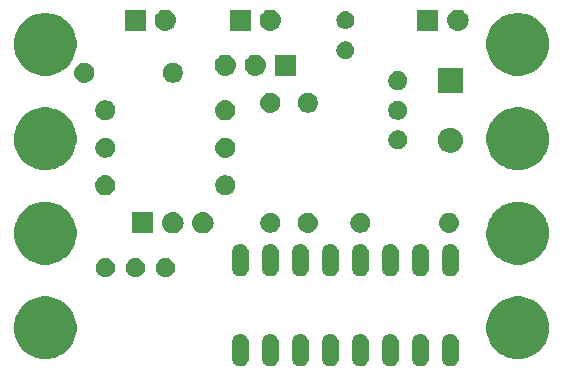
<source format=gbs>
G04 #@! TF.GenerationSoftware,KiCad,Pcbnew,(5.1.4)-1*
G04 #@! TF.CreationDate,2019-11-21T21:09:12-06:00*
G04 #@! TF.ProjectId,ElectromagnetLego,456c6563-7472-46f6-9d61-676e65744c65,rev?*
G04 #@! TF.SameCoordinates,Original*
G04 #@! TF.FileFunction,Soldermask,Bot*
G04 #@! TF.FilePolarity,Negative*
%FSLAX46Y46*%
G04 Gerber Fmt 4.6, Leading zero omitted, Abs format (unit mm)*
G04 Created by KiCad (PCBNEW (5.1.4)-1) date 2019-11-21 21:09:12*
%MOMM*%
%LPD*%
G04 APERTURE LIST*
%ADD10C,0.100000*%
G04 APERTURE END LIST*
D10*
G36*
X19189458Y-543493D02*
G01*
X19323557Y-584172D01*
X19447144Y-650231D01*
X19555469Y-739130D01*
X19644369Y-847455D01*
X19710428Y-971042D01*
X19751107Y-1105141D01*
X19761400Y-1209651D01*
X19761400Y-2600349D01*
X19751107Y-2704859D01*
X19710428Y-2838958D01*
X19644369Y-2962545D01*
X19555470Y-3070870D01*
X19447145Y-3159769D01*
X19323558Y-3225828D01*
X19189459Y-3266507D01*
X19050000Y-3280242D01*
X18910542Y-3266507D01*
X18776443Y-3225828D01*
X18652856Y-3159769D01*
X18544531Y-3070870D01*
X18455632Y-2962545D01*
X18389573Y-2838958D01*
X18348894Y-2704859D01*
X18338601Y-2600349D01*
X18338600Y-1209652D01*
X18348893Y-1105142D01*
X18389572Y-971043D01*
X18455631Y-847456D01*
X18544530Y-739131D01*
X18652855Y-650231D01*
X18776442Y-584172D01*
X18910541Y-543493D01*
X19050000Y-529758D01*
X19189458Y-543493D01*
X19189458Y-543493D01*
G37*
G36*
X16649458Y-543493D02*
G01*
X16783557Y-584172D01*
X16907144Y-650231D01*
X17015469Y-739130D01*
X17104369Y-847455D01*
X17170428Y-971042D01*
X17211107Y-1105141D01*
X17221400Y-1209651D01*
X17221400Y-2600349D01*
X17211107Y-2704859D01*
X17170428Y-2838958D01*
X17104369Y-2962545D01*
X17015470Y-3070870D01*
X16907145Y-3159769D01*
X16783558Y-3225828D01*
X16649459Y-3266507D01*
X16510000Y-3280242D01*
X16370542Y-3266507D01*
X16236443Y-3225828D01*
X16112856Y-3159769D01*
X16004531Y-3070870D01*
X15915632Y-2962545D01*
X15849573Y-2838958D01*
X15808894Y-2704859D01*
X15798601Y-2600349D01*
X15798600Y-1209652D01*
X15808893Y-1105142D01*
X15849572Y-971043D01*
X15915631Y-847456D01*
X16004530Y-739131D01*
X16112855Y-650231D01*
X16236442Y-584172D01*
X16370541Y-543493D01*
X16510000Y-529758D01*
X16649458Y-543493D01*
X16649458Y-543493D01*
G37*
G36*
X26809458Y-543493D02*
G01*
X26943557Y-584172D01*
X27067144Y-650231D01*
X27175469Y-739130D01*
X27264369Y-847455D01*
X27330428Y-971042D01*
X27371107Y-1105141D01*
X27381400Y-1209651D01*
X27381400Y-2600349D01*
X27371107Y-2704859D01*
X27330428Y-2838958D01*
X27264369Y-2962545D01*
X27175470Y-3070870D01*
X27067145Y-3159769D01*
X26943558Y-3225828D01*
X26809459Y-3266507D01*
X26670000Y-3280242D01*
X26530542Y-3266507D01*
X26396443Y-3225828D01*
X26272856Y-3159769D01*
X26164531Y-3070870D01*
X26075632Y-2962545D01*
X26009573Y-2838958D01*
X25968894Y-2704859D01*
X25958601Y-2600349D01*
X25958600Y-1209652D01*
X25968893Y-1105142D01*
X26009572Y-971043D01*
X26075631Y-847456D01*
X26164530Y-739131D01*
X26272855Y-650231D01*
X26396442Y-584172D01*
X26530541Y-543493D01*
X26670000Y-529758D01*
X26809458Y-543493D01*
X26809458Y-543493D01*
G37*
G36*
X29349458Y-543493D02*
G01*
X29483557Y-584172D01*
X29607144Y-650231D01*
X29715469Y-739130D01*
X29804369Y-847455D01*
X29870428Y-971042D01*
X29911107Y-1105141D01*
X29921400Y-1209651D01*
X29921400Y-2600349D01*
X29911107Y-2704859D01*
X29870428Y-2838958D01*
X29804369Y-2962545D01*
X29715470Y-3070870D01*
X29607145Y-3159769D01*
X29483558Y-3225828D01*
X29349459Y-3266507D01*
X29210000Y-3280242D01*
X29070542Y-3266507D01*
X28936443Y-3225828D01*
X28812856Y-3159769D01*
X28704531Y-3070870D01*
X28615632Y-2962545D01*
X28549573Y-2838958D01*
X28508894Y-2704859D01*
X28498601Y-2600349D01*
X28498600Y-1209652D01*
X28508893Y-1105142D01*
X28549572Y-971043D01*
X28615631Y-847456D01*
X28704530Y-739131D01*
X28812855Y-650231D01*
X28936442Y-584172D01*
X29070541Y-543493D01*
X29210000Y-529758D01*
X29349458Y-543493D01*
X29349458Y-543493D01*
G37*
G36*
X24269458Y-543493D02*
G01*
X24403557Y-584172D01*
X24527144Y-650231D01*
X24635469Y-739130D01*
X24724369Y-847455D01*
X24790428Y-971042D01*
X24831107Y-1105141D01*
X24841400Y-1209651D01*
X24841400Y-2600349D01*
X24831107Y-2704859D01*
X24790428Y-2838958D01*
X24724369Y-2962545D01*
X24635470Y-3070870D01*
X24527145Y-3159769D01*
X24403558Y-3225828D01*
X24269459Y-3266507D01*
X24130000Y-3280242D01*
X23990542Y-3266507D01*
X23856443Y-3225828D01*
X23732856Y-3159769D01*
X23624531Y-3070870D01*
X23535632Y-2962545D01*
X23469573Y-2838958D01*
X23428894Y-2704859D01*
X23418601Y-2600349D01*
X23418600Y-1209652D01*
X23428893Y-1105142D01*
X23469572Y-971043D01*
X23535631Y-847456D01*
X23624530Y-739131D01*
X23732855Y-650231D01*
X23856442Y-584172D01*
X23990541Y-543493D01*
X24130000Y-529758D01*
X24269458Y-543493D01*
X24269458Y-543493D01*
G37*
G36*
X34429458Y-543493D02*
G01*
X34563557Y-584172D01*
X34687144Y-650231D01*
X34795469Y-739130D01*
X34884369Y-847455D01*
X34950428Y-971042D01*
X34991107Y-1105141D01*
X35001400Y-1209651D01*
X35001400Y-2600349D01*
X34991107Y-2704859D01*
X34950428Y-2838958D01*
X34884369Y-2962545D01*
X34795470Y-3070870D01*
X34687145Y-3159769D01*
X34563558Y-3225828D01*
X34429459Y-3266507D01*
X34290000Y-3280242D01*
X34150542Y-3266507D01*
X34016443Y-3225828D01*
X33892856Y-3159769D01*
X33784531Y-3070870D01*
X33695632Y-2962545D01*
X33629573Y-2838958D01*
X33588894Y-2704859D01*
X33578601Y-2600349D01*
X33578600Y-1209652D01*
X33588893Y-1105142D01*
X33629572Y-971043D01*
X33695631Y-847456D01*
X33784530Y-739131D01*
X33892855Y-650231D01*
X34016442Y-584172D01*
X34150541Y-543493D01*
X34290000Y-529758D01*
X34429458Y-543493D01*
X34429458Y-543493D01*
G37*
G36*
X31889458Y-543493D02*
G01*
X32023557Y-584172D01*
X32147144Y-650231D01*
X32255469Y-739130D01*
X32344369Y-847455D01*
X32410428Y-971042D01*
X32451107Y-1105141D01*
X32461400Y-1209651D01*
X32461400Y-2600349D01*
X32451107Y-2704859D01*
X32410428Y-2838958D01*
X32344369Y-2962545D01*
X32255470Y-3070870D01*
X32147145Y-3159769D01*
X32023558Y-3225828D01*
X31889459Y-3266507D01*
X31750000Y-3280242D01*
X31610542Y-3266507D01*
X31476443Y-3225828D01*
X31352856Y-3159769D01*
X31244531Y-3070870D01*
X31155632Y-2962545D01*
X31089573Y-2838958D01*
X31048894Y-2704859D01*
X31038601Y-2600349D01*
X31038600Y-1209652D01*
X31048893Y-1105142D01*
X31089572Y-971043D01*
X31155631Y-847456D01*
X31244530Y-739131D01*
X31352855Y-650231D01*
X31476442Y-584172D01*
X31610541Y-543493D01*
X31750000Y-529758D01*
X31889458Y-543493D01*
X31889458Y-543493D01*
G37*
G36*
X21729458Y-543493D02*
G01*
X21863557Y-584172D01*
X21987144Y-650231D01*
X22095469Y-739130D01*
X22184369Y-847455D01*
X22250428Y-971042D01*
X22291107Y-1105141D01*
X22301400Y-1209651D01*
X22301400Y-2600349D01*
X22291107Y-2704859D01*
X22250428Y-2838958D01*
X22184369Y-2962545D01*
X22095470Y-3070870D01*
X21987145Y-3159769D01*
X21863558Y-3225828D01*
X21729459Y-3266507D01*
X21590000Y-3280242D01*
X21450542Y-3266507D01*
X21316443Y-3225828D01*
X21192856Y-3159769D01*
X21084531Y-3070870D01*
X20995632Y-2962545D01*
X20929573Y-2838958D01*
X20888894Y-2704859D01*
X20878601Y-2600349D01*
X20878600Y-1209652D01*
X20888893Y-1105142D01*
X20929572Y-971043D01*
X20995631Y-847456D01*
X21084530Y-739131D01*
X21192855Y-650231D01*
X21316442Y-584172D01*
X21450541Y-543493D01*
X21590000Y-529758D01*
X21729458Y-543493D01*
X21729458Y-543493D01*
G37*
G36*
X40773268Y2549124D02*
G01*
X40973105Y2466349D01*
X41255718Y2349287D01*
X41255719Y2349286D01*
X41689914Y2059166D01*
X42059166Y1689914D01*
X42059167Y1689912D01*
X42349287Y1255718D01*
X42466349Y973105D01*
X42549124Y773268D01*
X42651000Y261101D01*
X42651000Y-261101D01*
X42549124Y-773268D01*
X42467204Y-971040D01*
X42349287Y-1255718D01*
X42349286Y-1255719D01*
X42059166Y-1689914D01*
X41689914Y-2059166D01*
X41471341Y-2205212D01*
X41255718Y-2349287D01*
X40973105Y-2466349D01*
X40773268Y-2549124D01*
X40261102Y-2651000D01*
X39738898Y-2651000D01*
X39226732Y-2549124D01*
X39026895Y-2466349D01*
X38744282Y-2349287D01*
X38528659Y-2205212D01*
X38310086Y-2059166D01*
X37940834Y-1689914D01*
X37650714Y-1255719D01*
X37650713Y-1255718D01*
X37532796Y-971040D01*
X37450876Y-773268D01*
X37349000Y-261101D01*
X37349000Y261101D01*
X37450876Y773268D01*
X37533651Y973105D01*
X37650713Y1255718D01*
X37940833Y1689912D01*
X37940834Y1689914D01*
X38310086Y2059166D01*
X38744281Y2349286D01*
X38744282Y2349287D01*
X39026895Y2466349D01*
X39226732Y2549124D01*
X39738898Y2651000D01*
X40261102Y2651000D01*
X40773268Y2549124D01*
X40773268Y2549124D01*
G37*
G36*
X773268Y2549124D02*
G01*
X973105Y2466349D01*
X1255718Y2349287D01*
X1255719Y2349286D01*
X1689914Y2059166D01*
X2059166Y1689914D01*
X2059167Y1689912D01*
X2349287Y1255718D01*
X2466349Y973105D01*
X2549124Y773268D01*
X2651000Y261101D01*
X2651000Y-261101D01*
X2549124Y-773268D01*
X2467204Y-971040D01*
X2349287Y-1255718D01*
X2349286Y-1255719D01*
X2059166Y-1689914D01*
X1689914Y-2059166D01*
X1471341Y-2205212D01*
X1255718Y-2349287D01*
X973105Y-2466349D01*
X773268Y-2549124D01*
X261102Y-2651000D01*
X-261102Y-2651000D01*
X-773268Y-2549124D01*
X-973105Y-2466349D01*
X-1255718Y-2349287D01*
X-1471341Y-2205212D01*
X-1689914Y-2059166D01*
X-2059166Y-1689914D01*
X-2349286Y-1255719D01*
X-2349287Y-1255718D01*
X-2467204Y-971040D01*
X-2549124Y-773268D01*
X-2651000Y-261101D01*
X-2651000Y261101D01*
X-2549124Y773268D01*
X-2466349Y973105D01*
X-2349287Y1255718D01*
X-2059167Y1689912D01*
X-2059166Y1689914D01*
X-1689914Y2059166D01*
X-1255719Y2349286D01*
X-1255718Y2349287D01*
X-973105Y2466349D01*
X-773268Y2549124D01*
X-261102Y2651000D01*
X261102Y2651000D01*
X773268Y2549124D01*
X773268Y2549124D01*
G37*
G36*
X7857142Y5861758D02*
G01*
X8005101Y5800471D01*
X8138255Y5711501D01*
X8251501Y5598255D01*
X8340471Y5465101D01*
X8401758Y5317142D01*
X8433000Y5160075D01*
X8433000Y4999925D01*
X8401758Y4842858D01*
X8340471Y4694899D01*
X8251501Y4561745D01*
X8138255Y4448499D01*
X8005101Y4359529D01*
X7857142Y4298242D01*
X7700075Y4267000D01*
X7539925Y4267000D01*
X7382858Y4298242D01*
X7234899Y4359529D01*
X7101745Y4448499D01*
X6988499Y4561745D01*
X6899529Y4694899D01*
X6838242Y4842858D01*
X6807000Y4999925D01*
X6807000Y5160075D01*
X6838242Y5317142D01*
X6899529Y5465101D01*
X6988499Y5598255D01*
X7101745Y5711501D01*
X7234899Y5800471D01*
X7382858Y5861758D01*
X7539925Y5893000D01*
X7700075Y5893000D01*
X7857142Y5861758D01*
X7857142Y5861758D01*
G37*
G36*
X10397142Y5861758D02*
G01*
X10545101Y5800471D01*
X10678255Y5711501D01*
X10791501Y5598255D01*
X10880471Y5465101D01*
X10941758Y5317142D01*
X10973000Y5160075D01*
X10973000Y4999925D01*
X10941758Y4842858D01*
X10880471Y4694899D01*
X10791501Y4561745D01*
X10678255Y4448499D01*
X10545101Y4359529D01*
X10397142Y4298242D01*
X10240075Y4267000D01*
X10079925Y4267000D01*
X9922858Y4298242D01*
X9774899Y4359529D01*
X9641745Y4448499D01*
X9528499Y4561745D01*
X9439529Y4694899D01*
X9378242Y4842858D01*
X9347000Y4999925D01*
X9347000Y5160075D01*
X9378242Y5317142D01*
X9439529Y5465101D01*
X9528499Y5598255D01*
X9641745Y5711501D01*
X9774899Y5800471D01*
X9922858Y5861758D01*
X10079925Y5893000D01*
X10240075Y5893000D01*
X10397142Y5861758D01*
X10397142Y5861758D01*
G37*
G36*
X5317142Y5861758D02*
G01*
X5465101Y5800471D01*
X5598255Y5711501D01*
X5711501Y5598255D01*
X5800471Y5465101D01*
X5861758Y5317142D01*
X5893000Y5160075D01*
X5893000Y4999925D01*
X5861758Y4842858D01*
X5800471Y4694899D01*
X5711501Y4561745D01*
X5598255Y4448499D01*
X5465101Y4359529D01*
X5317142Y4298242D01*
X5160075Y4267000D01*
X4999925Y4267000D01*
X4842858Y4298242D01*
X4694899Y4359529D01*
X4561745Y4448499D01*
X4448499Y4561745D01*
X4359529Y4694899D01*
X4298242Y4842858D01*
X4267000Y4999925D01*
X4267000Y5160075D01*
X4298242Y5317142D01*
X4359529Y5465101D01*
X4448499Y5598255D01*
X4561745Y5711501D01*
X4694899Y5800471D01*
X4842858Y5861758D01*
X4999925Y5893000D01*
X5160075Y5893000D01*
X5317142Y5861758D01*
X5317142Y5861758D01*
G37*
G36*
X34429458Y7076507D02*
G01*
X34563557Y7035828D01*
X34687144Y6969769D01*
X34795469Y6880870D01*
X34884369Y6772545D01*
X34950428Y6648958D01*
X34991107Y6514859D01*
X35001400Y6410349D01*
X35001400Y5019651D01*
X34991107Y4915141D01*
X34950428Y4781042D01*
X34884369Y4657455D01*
X34795470Y4549130D01*
X34687145Y4460231D01*
X34563558Y4394172D01*
X34429459Y4353493D01*
X34290000Y4339758D01*
X34150542Y4353493D01*
X34016443Y4394172D01*
X33892856Y4460231D01*
X33784531Y4549130D01*
X33695632Y4657455D01*
X33629573Y4781042D01*
X33588894Y4915141D01*
X33578601Y5019651D01*
X33578600Y6410348D01*
X33588893Y6514858D01*
X33629572Y6648957D01*
X33695631Y6772544D01*
X33784530Y6880869D01*
X33892855Y6969769D01*
X34016442Y7035828D01*
X34150541Y7076507D01*
X34290000Y7090242D01*
X34429458Y7076507D01*
X34429458Y7076507D01*
G37*
G36*
X19189458Y7076507D02*
G01*
X19323557Y7035828D01*
X19447144Y6969769D01*
X19555469Y6880870D01*
X19644369Y6772545D01*
X19710428Y6648958D01*
X19751107Y6514859D01*
X19761400Y6410349D01*
X19761400Y5019651D01*
X19751107Y4915141D01*
X19710428Y4781042D01*
X19644369Y4657455D01*
X19555470Y4549130D01*
X19447145Y4460231D01*
X19323558Y4394172D01*
X19189459Y4353493D01*
X19050000Y4339758D01*
X18910542Y4353493D01*
X18776443Y4394172D01*
X18652856Y4460231D01*
X18544531Y4549130D01*
X18455632Y4657455D01*
X18389573Y4781042D01*
X18348894Y4915141D01*
X18338601Y5019651D01*
X18338600Y6410348D01*
X18348893Y6514858D01*
X18389572Y6648957D01*
X18455631Y6772544D01*
X18544530Y6880869D01*
X18652855Y6969769D01*
X18776442Y7035828D01*
X18910541Y7076507D01*
X19050000Y7090242D01*
X19189458Y7076507D01*
X19189458Y7076507D01*
G37*
G36*
X21729458Y7076507D02*
G01*
X21863557Y7035828D01*
X21987144Y6969769D01*
X22095469Y6880870D01*
X22184369Y6772545D01*
X22250428Y6648958D01*
X22291107Y6514859D01*
X22301400Y6410349D01*
X22301400Y5019651D01*
X22291107Y4915141D01*
X22250428Y4781042D01*
X22184369Y4657455D01*
X22095470Y4549130D01*
X21987145Y4460231D01*
X21863558Y4394172D01*
X21729459Y4353493D01*
X21590000Y4339758D01*
X21450542Y4353493D01*
X21316443Y4394172D01*
X21192856Y4460231D01*
X21084531Y4549130D01*
X20995632Y4657455D01*
X20929573Y4781042D01*
X20888894Y4915141D01*
X20878601Y5019651D01*
X20878600Y6410348D01*
X20888893Y6514858D01*
X20929572Y6648957D01*
X20995631Y6772544D01*
X21084530Y6880869D01*
X21192855Y6969769D01*
X21316442Y7035828D01*
X21450541Y7076507D01*
X21590000Y7090242D01*
X21729458Y7076507D01*
X21729458Y7076507D01*
G37*
G36*
X31889458Y7076507D02*
G01*
X32023557Y7035828D01*
X32147144Y6969769D01*
X32255469Y6880870D01*
X32344369Y6772545D01*
X32410428Y6648958D01*
X32451107Y6514859D01*
X32461400Y6410349D01*
X32461400Y5019651D01*
X32451107Y4915141D01*
X32410428Y4781042D01*
X32344369Y4657455D01*
X32255470Y4549130D01*
X32147145Y4460231D01*
X32023558Y4394172D01*
X31889459Y4353493D01*
X31750000Y4339758D01*
X31610542Y4353493D01*
X31476443Y4394172D01*
X31352856Y4460231D01*
X31244531Y4549130D01*
X31155632Y4657455D01*
X31089573Y4781042D01*
X31048894Y4915141D01*
X31038601Y5019651D01*
X31038600Y6410348D01*
X31048893Y6514858D01*
X31089572Y6648957D01*
X31155631Y6772544D01*
X31244530Y6880869D01*
X31352855Y6969769D01*
X31476442Y7035828D01*
X31610541Y7076507D01*
X31750000Y7090242D01*
X31889458Y7076507D01*
X31889458Y7076507D01*
G37*
G36*
X29349458Y7076507D02*
G01*
X29483557Y7035828D01*
X29607144Y6969769D01*
X29715469Y6880870D01*
X29804369Y6772545D01*
X29870428Y6648958D01*
X29911107Y6514859D01*
X29921400Y6410349D01*
X29921400Y5019651D01*
X29911107Y4915141D01*
X29870428Y4781042D01*
X29804369Y4657455D01*
X29715470Y4549130D01*
X29607145Y4460231D01*
X29483558Y4394172D01*
X29349459Y4353493D01*
X29210000Y4339758D01*
X29070542Y4353493D01*
X28936443Y4394172D01*
X28812856Y4460231D01*
X28704531Y4549130D01*
X28615632Y4657455D01*
X28549573Y4781042D01*
X28508894Y4915141D01*
X28498601Y5019651D01*
X28498600Y6410348D01*
X28508893Y6514858D01*
X28549572Y6648957D01*
X28615631Y6772544D01*
X28704530Y6880869D01*
X28812855Y6969769D01*
X28936442Y7035828D01*
X29070541Y7076507D01*
X29210000Y7090242D01*
X29349458Y7076507D01*
X29349458Y7076507D01*
G37*
G36*
X26809458Y7076507D02*
G01*
X26943557Y7035828D01*
X27067144Y6969769D01*
X27175469Y6880870D01*
X27264369Y6772545D01*
X27330428Y6648958D01*
X27371107Y6514859D01*
X27381400Y6410349D01*
X27381400Y5019651D01*
X27371107Y4915141D01*
X27330428Y4781042D01*
X27264369Y4657455D01*
X27175470Y4549130D01*
X27067145Y4460231D01*
X26943558Y4394172D01*
X26809459Y4353493D01*
X26670000Y4339758D01*
X26530542Y4353493D01*
X26396443Y4394172D01*
X26272856Y4460231D01*
X26164531Y4549130D01*
X26075632Y4657455D01*
X26009573Y4781042D01*
X25968894Y4915141D01*
X25958601Y5019651D01*
X25958600Y6410348D01*
X25968893Y6514858D01*
X26009572Y6648957D01*
X26075631Y6772544D01*
X26164530Y6880869D01*
X26272855Y6969769D01*
X26396442Y7035828D01*
X26530541Y7076507D01*
X26670000Y7090242D01*
X26809458Y7076507D01*
X26809458Y7076507D01*
G37*
G36*
X24269458Y7076507D02*
G01*
X24403557Y7035828D01*
X24527144Y6969769D01*
X24635469Y6880870D01*
X24724369Y6772545D01*
X24790428Y6648958D01*
X24831107Y6514859D01*
X24841400Y6410349D01*
X24841400Y5019651D01*
X24831107Y4915141D01*
X24790428Y4781042D01*
X24724369Y4657455D01*
X24635470Y4549130D01*
X24527145Y4460231D01*
X24403558Y4394172D01*
X24269459Y4353493D01*
X24130000Y4339758D01*
X23990542Y4353493D01*
X23856443Y4394172D01*
X23732856Y4460231D01*
X23624531Y4549130D01*
X23535632Y4657455D01*
X23469573Y4781042D01*
X23428894Y4915141D01*
X23418601Y5019651D01*
X23418600Y6410348D01*
X23428893Y6514858D01*
X23469572Y6648957D01*
X23535631Y6772544D01*
X23624530Y6880869D01*
X23732855Y6969769D01*
X23856442Y7035828D01*
X23990541Y7076507D01*
X24130000Y7090242D01*
X24269458Y7076507D01*
X24269458Y7076507D01*
G37*
G36*
X16649458Y7076507D02*
G01*
X16783557Y7035828D01*
X16907144Y6969769D01*
X17015469Y6880870D01*
X17104369Y6772545D01*
X17170428Y6648958D01*
X17211107Y6514859D01*
X17221400Y6410349D01*
X17221400Y5019651D01*
X17211107Y4915141D01*
X17170428Y4781042D01*
X17104369Y4657455D01*
X17015470Y4549130D01*
X16907145Y4460231D01*
X16783558Y4394172D01*
X16649459Y4353493D01*
X16510000Y4339758D01*
X16370542Y4353493D01*
X16236443Y4394172D01*
X16112856Y4460231D01*
X16004531Y4549130D01*
X15915632Y4657455D01*
X15849573Y4781042D01*
X15808894Y4915141D01*
X15798601Y5019651D01*
X15798600Y6410348D01*
X15808893Y6514858D01*
X15849572Y6648957D01*
X15915631Y6772544D01*
X16004530Y6880869D01*
X16112855Y6969769D01*
X16236442Y7035828D01*
X16370541Y7076507D01*
X16510000Y7090242D01*
X16649458Y7076507D01*
X16649458Y7076507D01*
G37*
G36*
X773268Y10549124D02*
G01*
X973105Y10466349D01*
X1255718Y10349287D01*
X1255719Y10349286D01*
X1689914Y10059166D01*
X2059166Y9689914D01*
X2189631Y9494659D01*
X2349287Y9255718D01*
X2431671Y9056825D01*
X2535490Y8806184D01*
X2549124Y8773267D01*
X2646179Y8285341D01*
X2651000Y8261101D01*
X2651000Y7738899D01*
X2549124Y7226732D01*
X2486899Y7076507D01*
X2349287Y6744282D01*
X2349286Y6744281D01*
X2059166Y6310086D01*
X1689914Y5940834D01*
X1618325Y5893000D01*
X1255718Y5650713D01*
X973105Y5533651D01*
X773268Y5450876D01*
X261102Y5349000D01*
X-261102Y5349000D01*
X-773268Y5450876D01*
X-973105Y5533651D01*
X-1255718Y5650713D01*
X-1618325Y5893000D01*
X-1689914Y5940834D01*
X-2059166Y6310086D01*
X-2349286Y6744281D01*
X-2349287Y6744282D01*
X-2486899Y7076507D01*
X-2549124Y7226732D01*
X-2651000Y7738899D01*
X-2651000Y8261101D01*
X-2646178Y8285341D01*
X-2549124Y8773267D01*
X-2535489Y8806184D01*
X-2431671Y9056825D01*
X-2349287Y9255718D01*
X-2189631Y9494659D01*
X-2059166Y9689914D01*
X-1689914Y10059166D01*
X-1255719Y10349286D01*
X-1255718Y10349287D01*
X-973105Y10466349D01*
X-773268Y10549124D01*
X-261102Y10651000D01*
X261102Y10651000D01*
X773268Y10549124D01*
X773268Y10549124D01*
G37*
G36*
X40773268Y10549124D02*
G01*
X40973105Y10466349D01*
X41255718Y10349287D01*
X41255719Y10349286D01*
X41689914Y10059166D01*
X42059166Y9689914D01*
X42189631Y9494659D01*
X42349287Y9255718D01*
X42431671Y9056825D01*
X42535490Y8806184D01*
X42549124Y8773267D01*
X42646179Y8285341D01*
X42651000Y8261101D01*
X42651000Y7738899D01*
X42549124Y7226732D01*
X42486899Y7076507D01*
X42349287Y6744282D01*
X42349286Y6744281D01*
X42059166Y6310086D01*
X41689914Y5940834D01*
X41618325Y5893000D01*
X41255718Y5650713D01*
X40973105Y5533651D01*
X40773268Y5450876D01*
X40261102Y5349000D01*
X39738898Y5349000D01*
X39482816Y5399938D01*
X39226732Y5450876D01*
X39026895Y5533651D01*
X38744282Y5650713D01*
X38381675Y5893000D01*
X38310086Y5940834D01*
X37940834Y6310086D01*
X37650714Y6744281D01*
X37650713Y6744282D01*
X37513101Y7076507D01*
X37450876Y7226732D01*
X37349000Y7738899D01*
X37349000Y8261101D01*
X37353822Y8285341D01*
X37450876Y8773267D01*
X37464511Y8806184D01*
X37568329Y9056825D01*
X37650713Y9255718D01*
X37810369Y9494659D01*
X37940834Y9689914D01*
X38310086Y10059166D01*
X38744281Y10349286D01*
X38744282Y10349287D01*
X39026895Y10466349D01*
X39226732Y10549124D01*
X39738898Y10651000D01*
X40261102Y10651000D01*
X40773268Y10549124D01*
X40773268Y10549124D01*
G37*
G36*
X10905443Y9784481D02*
G01*
X10971627Y9777963D01*
X11141466Y9726443D01*
X11297991Y9642778D01*
X11333729Y9613448D01*
X11435186Y9530186D01*
X11515369Y9432481D01*
X11547778Y9392991D01*
X11631443Y9236466D01*
X11682963Y9066627D01*
X11700359Y8890000D01*
X11682963Y8713373D01*
X11631443Y8543534D01*
X11547778Y8387009D01*
X11518448Y8351271D01*
X11435186Y8249814D01*
X11333729Y8166552D01*
X11297991Y8137222D01*
X11141466Y8053557D01*
X10971627Y8002037D01*
X10905442Y7995518D01*
X10839260Y7989000D01*
X10750740Y7989000D01*
X10684558Y7995518D01*
X10618373Y8002037D01*
X10448534Y8053557D01*
X10292009Y8137222D01*
X10256271Y8166552D01*
X10154814Y8249814D01*
X10071552Y8351271D01*
X10042222Y8387009D01*
X9958557Y8543534D01*
X9907037Y8713373D01*
X9889641Y8890000D01*
X9907037Y9066627D01*
X9958557Y9236466D01*
X10042222Y9392991D01*
X10074631Y9432481D01*
X10154814Y9530186D01*
X10256271Y9613448D01*
X10292009Y9642778D01*
X10448534Y9726443D01*
X10618373Y9777963D01*
X10684557Y9784481D01*
X10750740Y9791000D01*
X10839260Y9791000D01*
X10905443Y9784481D01*
X10905443Y9784481D01*
G37*
G36*
X13445443Y9784481D02*
G01*
X13511627Y9777963D01*
X13681466Y9726443D01*
X13837991Y9642778D01*
X13873729Y9613448D01*
X13975186Y9530186D01*
X14055369Y9432481D01*
X14087778Y9392991D01*
X14171443Y9236466D01*
X14222963Y9066627D01*
X14240359Y8890000D01*
X14222963Y8713373D01*
X14171443Y8543534D01*
X14087778Y8387009D01*
X14058448Y8351271D01*
X13975186Y8249814D01*
X13873729Y8166552D01*
X13837991Y8137222D01*
X13681466Y8053557D01*
X13511627Y8002037D01*
X13445442Y7995518D01*
X13379260Y7989000D01*
X13290740Y7989000D01*
X13224558Y7995518D01*
X13158373Y8002037D01*
X12988534Y8053557D01*
X12832009Y8137222D01*
X12796271Y8166552D01*
X12694814Y8249814D01*
X12611552Y8351271D01*
X12582222Y8387009D01*
X12498557Y8543534D01*
X12447037Y8713373D01*
X12429641Y8890000D01*
X12447037Y9066627D01*
X12498557Y9236466D01*
X12582222Y9392991D01*
X12614631Y9432481D01*
X12694814Y9530186D01*
X12796271Y9613448D01*
X12832009Y9642778D01*
X12988534Y9726443D01*
X13158373Y9777963D01*
X13224557Y9784481D01*
X13290740Y9791000D01*
X13379260Y9791000D01*
X13445443Y9784481D01*
X13445443Y9784481D01*
G37*
G36*
X9156000Y7989000D02*
G01*
X7354000Y7989000D01*
X7354000Y9791000D01*
X9156000Y9791000D01*
X9156000Y7989000D01*
X9156000Y7989000D01*
G37*
G36*
X26918228Y9708297D02*
G01*
X27073100Y9644147D01*
X27212481Y9551015D01*
X27331015Y9432481D01*
X27424147Y9293100D01*
X27488297Y9138228D01*
X27521000Y8973816D01*
X27521000Y8806184D01*
X27488297Y8641772D01*
X27424147Y8486900D01*
X27331015Y8347519D01*
X27212481Y8228985D01*
X27073100Y8135853D01*
X26918228Y8071703D01*
X26753816Y8039000D01*
X26586184Y8039000D01*
X26421772Y8071703D01*
X26266900Y8135853D01*
X26127519Y8228985D01*
X26008985Y8347519D01*
X25915853Y8486900D01*
X25851703Y8641772D01*
X25819000Y8806184D01*
X25819000Y8973816D01*
X25851703Y9138228D01*
X25915853Y9293100D01*
X26008985Y9432481D01*
X26127519Y9551015D01*
X26266900Y9644147D01*
X26421772Y9708297D01*
X26586184Y9741000D01*
X26753816Y9741000D01*
X26918228Y9708297D01*
X26918228Y9708297D01*
G37*
G36*
X34336823Y9728687D02*
G01*
X34497242Y9680024D01*
X34564361Y9644148D01*
X34645078Y9601004D01*
X34774659Y9494659D01*
X34881004Y9365078D01*
X34881005Y9365076D01*
X34960024Y9217242D01*
X35008687Y9056823D01*
X35025117Y8890000D01*
X35008687Y8723177D01*
X34960024Y8562758D01*
X34919477Y8486900D01*
X34881004Y8414922D01*
X34774659Y8285341D01*
X34645078Y8178996D01*
X34645076Y8178995D01*
X34497242Y8099976D01*
X34336823Y8051313D01*
X34211804Y8039000D01*
X34128196Y8039000D01*
X34003177Y8051313D01*
X33842758Y8099976D01*
X33694924Y8178995D01*
X33694922Y8178996D01*
X33565341Y8285341D01*
X33458996Y8414922D01*
X33420523Y8486900D01*
X33379976Y8562758D01*
X33331313Y8723177D01*
X33314883Y8890000D01*
X33331313Y9056823D01*
X33379976Y9217242D01*
X33458995Y9365076D01*
X33458996Y9365078D01*
X33565341Y9494659D01*
X33694922Y9601004D01*
X33775639Y9644148D01*
X33842758Y9680024D01*
X34003177Y9728687D01*
X34128196Y9741000D01*
X34211804Y9741000D01*
X34336823Y9728687D01*
X34336823Y9728687D01*
G37*
G36*
X19298228Y9708297D02*
G01*
X19453100Y9644147D01*
X19592481Y9551015D01*
X19711015Y9432481D01*
X19804147Y9293100D01*
X19868297Y9138228D01*
X19901000Y8973816D01*
X19901000Y8806184D01*
X19868297Y8641772D01*
X19804147Y8486900D01*
X19711015Y8347519D01*
X19592481Y8228985D01*
X19453100Y8135853D01*
X19298228Y8071703D01*
X19133816Y8039000D01*
X18966184Y8039000D01*
X18801772Y8071703D01*
X18646900Y8135853D01*
X18507519Y8228985D01*
X18388985Y8347519D01*
X18295853Y8486900D01*
X18231703Y8641772D01*
X18199000Y8806184D01*
X18199000Y8973816D01*
X18231703Y9138228D01*
X18295853Y9293100D01*
X18388985Y9432481D01*
X18507519Y9551015D01*
X18646900Y9644147D01*
X18801772Y9708297D01*
X18966184Y9741000D01*
X19133816Y9741000D01*
X19298228Y9708297D01*
X19298228Y9708297D01*
G37*
G36*
X22391823Y9728687D02*
G01*
X22552242Y9680024D01*
X22619361Y9644148D01*
X22700078Y9601004D01*
X22829659Y9494659D01*
X22936004Y9365078D01*
X22936005Y9365076D01*
X23015024Y9217242D01*
X23063687Y9056823D01*
X23080117Y8890000D01*
X23063687Y8723177D01*
X23015024Y8562758D01*
X22974477Y8486900D01*
X22936004Y8414922D01*
X22829659Y8285341D01*
X22700078Y8178996D01*
X22700076Y8178995D01*
X22552242Y8099976D01*
X22391823Y8051313D01*
X22266804Y8039000D01*
X22183196Y8039000D01*
X22058177Y8051313D01*
X21897758Y8099976D01*
X21749924Y8178995D01*
X21749922Y8178996D01*
X21620341Y8285341D01*
X21513996Y8414922D01*
X21475523Y8486900D01*
X21434976Y8562758D01*
X21386313Y8723177D01*
X21369883Y8890000D01*
X21386313Y9056823D01*
X21434976Y9217242D01*
X21513995Y9365076D01*
X21513996Y9365078D01*
X21620341Y9494659D01*
X21749922Y9601004D01*
X21830639Y9644148D01*
X21897758Y9680024D01*
X22058177Y9728687D01*
X22183196Y9741000D01*
X22266804Y9741000D01*
X22391823Y9728687D01*
X22391823Y9728687D01*
G37*
G36*
X5246823Y12903687D02*
G01*
X5407242Y12855024D01*
X5474361Y12819148D01*
X5555078Y12776004D01*
X5684659Y12669659D01*
X5791004Y12540078D01*
X5791005Y12540076D01*
X5870024Y12392242D01*
X5918687Y12231823D01*
X5935117Y12065000D01*
X5918687Y11898177D01*
X5870024Y11737758D01*
X5829477Y11661900D01*
X5791004Y11589922D01*
X5684659Y11460341D01*
X5555078Y11353996D01*
X5555076Y11353995D01*
X5407242Y11274976D01*
X5246823Y11226313D01*
X5121804Y11214000D01*
X5038196Y11214000D01*
X4913177Y11226313D01*
X4752758Y11274976D01*
X4604924Y11353995D01*
X4604922Y11353996D01*
X4475341Y11460341D01*
X4368996Y11589922D01*
X4330523Y11661900D01*
X4289976Y11737758D01*
X4241313Y11898177D01*
X4224883Y12065000D01*
X4241313Y12231823D01*
X4289976Y12392242D01*
X4368995Y12540076D01*
X4368996Y12540078D01*
X4475341Y12669659D01*
X4604922Y12776004D01*
X4685639Y12819148D01*
X4752758Y12855024D01*
X4913177Y12903687D01*
X5038196Y12916000D01*
X5121804Y12916000D01*
X5246823Y12903687D01*
X5246823Y12903687D01*
G37*
G36*
X15488228Y12883297D02*
G01*
X15643100Y12819147D01*
X15782481Y12726015D01*
X15901015Y12607481D01*
X15994147Y12468100D01*
X16058297Y12313228D01*
X16091000Y12148816D01*
X16091000Y11981184D01*
X16058297Y11816772D01*
X15994147Y11661900D01*
X15901015Y11522519D01*
X15782481Y11403985D01*
X15643100Y11310853D01*
X15488228Y11246703D01*
X15323816Y11214000D01*
X15156184Y11214000D01*
X14991772Y11246703D01*
X14836900Y11310853D01*
X14697519Y11403985D01*
X14578985Y11522519D01*
X14485853Y11661900D01*
X14421703Y11816772D01*
X14389000Y11981184D01*
X14389000Y12148816D01*
X14421703Y12313228D01*
X14485853Y12468100D01*
X14578985Y12607481D01*
X14697519Y12726015D01*
X14836900Y12819147D01*
X14991772Y12883297D01*
X15156184Y12916000D01*
X15323816Y12916000D01*
X15488228Y12883297D01*
X15488228Y12883297D01*
G37*
G36*
X773268Y18549124D02*
G01*
X903756Y18495074D01*
X1255718Y18349287D01*
X1277212Y18334925D01*
X1689914Y18059166D01*
X2059166Y17689914D01*
X2135071Y17576314D01*
X2349287Y17255718D01*
X2466349Y16973105D01*
X2517053Y16850695D01*
X2549124Y16773267D01*
X2651000Y16261102D01*
X2651000Y15738898D01*
X2631944Y15643097D01*
X2549124Y15226732D01*
X2466349Y15026895D01*
X2349287Y14744282D01*
X2318041Y14697519D01*
X2059166Y14310086D01*
X1689914Y13940834D01*
X1471341Y13794788D01*
X1255718Y13650713D01*
X973105Y13533651D01*
X773268Y13450876D01*
X261102Y13349000D01*
X-261102Y13349000D01*
X-773268Y13450876D01*
X-973105Y13533651D01*
X-1255718Y13650713D01*
X-1471341Y13794788D01*
X-1689914Y13940834D01*
X-2059166Y14310086D01*
X-2318041Y14697519D01*
X-2349287Y14744282D01*
X-2466349Y15026895D01*
X-2549124Y15226732D01*
X-2631944Y15643097D01*
X-2651000Y15738898D01*
X-2651000Y16261102D01*
X-2549124Y16773267D01*
X-2517052Y16850695D01*
X-2466349Y16973105D01*
X-2349287Y17255718D01*
X-2135071Y17576314D01*
X-2059166Y17689914D01*
X-1689914Y18059166D01*
X-1277212Y18334925D01*
X-1255718Y18349287D01*
X-903756Y18495074D01*
X-773268Y18549124D01*
X-261102Y18651000D01*
X261102Y18651000D01*
X773268Y18549124D01*
X773268Y18549124D01*
G37*
G36*
X40773268Y18549124D02*
G01*
X40903756Y18495074D01*
X41255718Y18349287D01*
X41277212Y18334925D01*
X41689914Y18059166D01*
X42059166Y17689914D01*
X42135071Y17576314D01*
X42349287Y17255718D01*
X42466349Y16973105D01*
X42517053Y16850695D01*
X42549124Y16773267D01*
X42651000Y16261102D01*
X42651000Y15738898D01*
X42631944Y15643097D01*
X42549124Y15226732D01*
X42466349Y15026895D01*
X42349287Y14744282D01*
X42318041Y14697519D01*
X42059166Y14310086D01*
X41689914Y13940834D01*
X41471341Y13794788D01*
X41255718Y13650713D01*
X40973105Y13533651D01*
X40773268Y13450876D01*
X40261102Y13349000D01*
X39738898Y13349000D01*
X39226732Y13450876D01*
X39026895Y13533651D01*
X38744282Y13650713D01*
X38528659Y13794788D01*
X38310086Y13940834D01*
X37940834Y14310086D01*
X37681959Y14697519D01*
X37650713Y14744282D01*
X37533651Y15026895D01*
X37450876Y15226732D01*
X37368056Y15643097D01*
X37349000Y15738898D01*
X37349000Y16261102D01*
X37450876Y16773267D01*
X37482948Y16850695D01*
X37533651Y16973105D01*
X37650713Y17255718D01*
X37864929Y17576314D01*
X37940834Y17689914D01*
X38310086Y18059166D01*
X38722788Y18334925D01*
X38744282Y18349287D01*
X39096244Y18495074D01*
X39226732Y18549124D01*
X39738898Y18651000D01*
X40261102Y18651000D01*
X40773268Y18549124D01*
X40773268Y18549124D01*
G37*
G36*
X15406823Y16078687D02*
G01*
X15567242Y16030024D01*
X15634361Y15994148D01*
X15715078Y15951004D01*
X15844659Y15844659D01*
X15951004Y15715078D01*
X15951005Y15715076D01*
X16030024Y15567242D01*
X16078687Y15406823D01*
X16095117Y15240000D01*
X16078687Y15073177D01*
X16030024Y14912758D01*
X15989477Y14836900D01*
X15951004Y14764922D01*
X15844659Y14635341D01*
X15715078Y14528996D01*
X15715076Y14528995D01*
X15567242Y14449976D01*
X15406823Y14401313D01*
X15281804Y14389000D01*
X15198196Y14389000D01*
X15073177Y14401313D01*
X14912758Y14449976D01*
X14764924Y14528995D01*
X14764922Y14528996D01*
X14635341Y14635341D01*
X14528996Y14764922D01*
X14490523Y14836900D01*
X14449976Y14912758D01*
X14401313Y15073177D01*
X14384883Y15240000D01*
X14401313Y15406823D01*
X14449976Y15567242D01*
X14528995Y15715076D01*
X14528996Y15715078D01*
X14635341Y15844659D01*
X14764922Y15951004D01*
X14845639Y15994148D01*
X14912758Y16030024D01*
X15073177Y16078687D01*
X15198196Y16091000D01*
X15281804Y16091000D01*
X15406823Y16078687D01*
X15406823Y16078687D01*
G37*
G36*
X5328228Y16058297D02*
G01*
X5483100Y15994147D01*
X5622481Y15901015D01*
X5741015Y15782481D01*
X5834147Y15643100D01*
X5898297Y15488228D01*
X5931000Y15323816D01*
X5931000Y15156184D01*
X5898297Y14991772D01*
X5834147Y14836900D01*
X5741015Y14697519D01*
X5622481Y14578985D01*
X5483100Y14485853D01*
X5328228Y14421703D01*
X5163816Y14389000D01*
X4996184Y14389000D01*
X4831772Y14421703D01*
X4676900Y14485853D01*
X4537519Y14578985D01*
X4418985Y14697519D01*
X4325853Y14836900D01*
X4261703Y14991772D01*
X4229000Y15156184D01*
X4229000Y15323816D01*
X4261703Y15488228D01*
X4325853Y15643100D01*
X4418985Y15782481D01*
X4537519Y15901015D01*
X4676900Y15994147D01*
X4831772Y16058297D01*
X4996184Y16091000D01*
X5163816Y16091000D01*
X5328228Y16058297D01*
X5328228Y16058297D01*
G37*
G36*
X34393097Y16920931D02*
G01*
X34496032Y16910793D01*
X34694146Y16850695D01*
X34694149Y16850694D01*
X34790975Y16798939D01*
X34876729Y16753103D01*
X35036765Y16621765D01*
X35168103Y16461729D01*
X35213939Y16375975D01*
X35265694Y16279149D01*
X35265695Y16279146D01*
X35325793Y16081032D01*
X35346085Y15875000D01*
X35325793Y15668968D01*
X35283606Y15529899D01*
X35265694Y15470851D01*
X35231471Y15406825D01*
X35168103Y15288271D01*
X35036765Y15128235D01*
X34876729Y14996897D01*
X34790975Y14951061D01*
X34694149Y14899306D01*
X34694146Y14899305D01*
X34496032Y14839207D01*
X34393097Y14829069D01*
X34341631Y14824000D01*
X34238369Y14824000D01*
X34186903Y14829069D01*
X34083968Y14839207D01*
X33885854Y14899305D01*
X33885851Y14899306D01*
X33789025Y14951061D01*
X33703271Y14996897D01*
X33543235Y15128235D01*
X33411897Y15288271D01*
X33348529Y15406825D01*
X33314306Y15470851D01*
X33296394Y15529899D01*
X33254207Y15668968D01*
X33233915Y15875000D01*
X33254207Y16081032D01*
X33314305Y16279146D01*
X33314306Y16279149D01*
X33366061Y16375975D01*
X33411897Y16461729D01*
X33543235Y16621765D01*
X33703271Y16753103D01*
X33789025Y16798939D01*
X33885851Y16850694D01*
X33885854Y16850695D01*
X34083968Y16910793D01*
X34186903Y16920931D01*
X34238369Y16926000D01*
X34341631Y16926000D01*
X34393097Y16920931D01*
X34393097Y16920931D01*
G37*
G36*
X30082142Y16696758D02*
G01*
X30230101Y16635471D01*
X30363255Y16546501D01*
X30476501Y16433255D01*
X30565471Y16300101D01*
X30626758Y16152142D01*
X30658000Y15995075D01*
X30658000Y15834925D01*
X30626758Y15677858D01*
X30565471Y15529899D01*
X30476501Y15396745D01*
X30363255Y15283499D01*
X30230101Y15194529D01*
X30082142Y15133242D01*
X29925075Y15102000D01*
X29764925Y15102000D01*
X29607858Y15133242D01*
X29459899Y15194529D01*
X29326745Y15283499D01*
X29213499Y15396745D01*
X29124529Y15529899D01*
X29063242Y15677858D01*
X29032000Y15834925D01*
X29032000Y15995075D01*
X29063242Y16152142D01*
X29124529Y16300101D01*
X29213499Y16433255D01*
X29326745Y16546501D01*
X29459899Y16635471D01*
X29607858Y16696758D01*
X29764925Y16728000D01*
X29925075Y16728000D01*
X30082142Y16696758D01*
X30082142Y16696758D01*
G37*
G36*
X5328228Y19233297D02*
G01*
X5483100Y19169147D01*
X5622481Y19076015D01*
X5741015Y18957481D01*
X5834147Y18818100D01*
X5898297Y18663228D01*
X5931000Y18498816D01*
X5931000Y18331184D01*
X5898297Y18166772D01*
X5834147Y18011900D01*
X5741015Y17872519D01*
X5622481Y17753985D01*
X5483100Y17660853D01*
X5328228Y17596703D01*
X5163816Y17564000D01*
X4996184Y17564000D01*
X4831772Y17596703D01*
X4676900Y17660853D01*
X4537519Y17753985D01*
X4418985Y17872519D01*
X4325853Y18011900D01*
X4261703Y18166772D01*
X4229000Y18331184D01*
X4229000Y18498816D01*
X4261703Y18663228D01*
X4325853Y18818100D01*
X4418985Y18957481D01*
X4537519Y19076015D01*
X4676900Y19169147D01*
X4831772Y19233297D01*
X4996184Y19266000D01*
X5163816Y19266000D01*
X5328228Y19233297D01*
X5328228Y19233297D01*
G37*
G36*
X15406823Y19253687D02*
G01*
X15567242Y19205024D01*
X15634361Y19169148D01*
X15715078Y19126004D01*
X15844659Y19019659D01*
X15951004Y18890078D01*
X15951005Y18890076D01*
X16030024Y18742242D01*
X16078687Y18581823D01*
X16095117Y18415000D01*
X16078687Y18248177D01*
X16030024Y18087758D01*
X15989477Y18011900D01*
X15951004Y17939922D01*
X15844659Y17810341D01*
X15715078Y17703996D01*
X15715076Y17703995D01*
X15567242Y17624976D01*
X15406823Y17576313D01*
X15281804Y17564000D01*
X15198196Y17564000D01*
X15073177Y17576313D01*
X14912758Y17624976D01*
X14764924Y17703995D01*
X14764922Y17703996D01*
X14635341Y17810341D01*
X14528996Y17939922D01*
X14490523Y18011900D01*
X14449976Y18087758D01*
X14401313Y18248177D01*
X14384883Y18415000D01*
X14401313Y18581823D01*
X14449976Y18742242D01*
X14528995Y18890076D01*
X14528996Y18890078D01*
X14635341Y19019659D01*
X14764922Y19126004D01*
X14845639Y19169148D01*
X14912758Y19205024D01*
X15073177Y19253687D01*
X15198196Y19266000D01*
X15281804Y19266000D01*
X15406823Y19253687D01*
X15406823Y19253687D01*
G37*
G36*
X30082142Y19196758D02*
G01*
X30230101Y19135471D01*
X30363255Y19046501D01*
X30476501Y18933255D01*
X30565471Y18800101D01*
X30626758Y18652142D01*
X30658000Y18495075D01*
X30658000Y18334925D01*
X30626758Y18177858D01*
X30565471Y18029899D01*
X30476501Y17896745D01*
X30363255Y17783499D01*
X30230101Y17694529D01*
X30082142Y17633242D01*
X29925075Y17602000D01*
X29764925Y17602000D01*
X29607858Y17633242D01*
X29459899Y17694529D01*
X29326745Y17783499D01*
X29213499Y17896745D01*
X29124529Y18029899D01*
X29063242Y18177858D01*
X29032000Y18334925D01*
X29032000Y18495075D01*
X29063242Y18652142D01*
X29124529Y18800101D01*
X29213499Y18933255D01*
X29326745Y19046501D01*
X29459899Y19135471D01*
X29607858Y19196758D01*
X29764925Y19228000D01*
X29925075Y19228000D01*
X30082142Y19196758D01*
X30082142Y19196758D01*
G37*
G36*
X22473228Y19868297D02*
G01*
X22628100Y19804147D01*
X22767481Y19711015D01*
X22886015Y19592481D01*
X22979147Y19453100D01*
X23043297Y19298228D01*
X23076000Y19133816D01*
X23076000Y18966184D01*
X23043297Y18801772D01*
X22979147Y18646900D01*
X22886015Y18507519D01*
X22767481Y18388985D01*
X22628100Y18295853D01*
X22473228Y18231703D01*
X22308816Y18199000D01*
X22141184Y18199000D01*
X21976772Y18231703D01*
X21821900Y18295853D01*
X21682519Y18388985D01*
X21563985Y18507519D01*
X21470853Y18646900D01*
X21406703Y18801772D01*
X21374000Y18966184D01*
X21374000Y19133816D01*
X21406703Y19298228D01*
X21470853Y19453100D01*
X21563985Y19592481D01*
X21682519Y19711015D01*
X21821900Y19804147D01*
X21976772Y19868297D01*
X22141184Y19901000D01*
X22308816Y19901000D01*
X22473228Y19868297D01*
X22473228Y19868297D01*
G37*
G36*
X19216823Y19888687D02*
G01*
X19377242Y19840024D01*
X19444361Y19804148D01*
X19525078Y19761004D01*
X19654659Y19654659D01*
X19761004Y19525078D01*
X19761005Y19525076D01*
X19840024Y19377242D01*
X19888687Y19216823D01*
X19905117Y19050000D01*
X19888687Y18883177D01*
X19840024Y18722758D01*
X19799477Y18646900D01*
X19761004Y18574922D01*
X19654659Y18445341D01*
X19525078Y18338996D01*
X19517462Y18334925D01*
X19377242Y18259976D01*
X19216823Y18211313D01*
X19091804Y18199000D01*
X19008196Y18199000D01*
X18883177Y18211313D01*
X18722758Y18259976D01*
X18582538Y18334925D01*
X18574922Y18338996D01*
X18445341Y18445341D01*
X18338996Y18574922D01*
X18300523Y18646900D01*
X18259976Y18722758D01*
X18211313Y18883177D01*
X18194883Y19050000D01*
X18211313Y19216823D01*
X18259976Y19377242D01*
X18338995Y19525076D01*
X18338996Y19525078D01*
X18445341Y19654659D01*
X18574922Y19761004D01*
X18655639Y19804148D01*
X18722758Y19840024D01*
X18883177Y19888687D01*
X19008196Y19901000D01*
X19091804Y19901000D01*
X19216823Y19888687D01*
X19216823Y19888687D01*
G37*
G36*
X35341000Y19904000D02*
G01*
X33239000Y19904000D01*
X33239000Y22006000D01*
X35341000Y22006000D01*
X35341000Y19904000D01*
X35341000Y19904000D01*
G37*
G36*
X30082142Y21696758D02*
G01*
X30230101Y21635471D01*
X30363255Y21546501D01*
X30476501Y21433255D01*
X30565471Y21300101D01*
X30626758Y21152142D01*
X30658000Y20995075D01*
X30658000Y20834925D01*
X30626758Y20677858D01*
X30565471Y20529899D01*
X30476501Y20396745D01*
X30363255Y20283499D01*
X30230101Y20194529D01*
X30082142Y20133242D01*
X29925075Y20102000D01*
X29764925Y20102000D01*
X29607858Y20133242D01*
X29459899Y20194529D01*
X29326745Y20283499D01*
X29213499Y20396745D01*
X29124529Y20529899D01*
X29063242Y20677858D01*
X29032000Y20834925D01*
X29032000Y20995075D01*
X29063242Y21152142D01*
X29124529Y21300101D01*
X29213499Y21433255D01*
X29326745Y21546501D01*
X29459899Y21635471D01*
X29607858Y21696758D01*
X29764925Y21728000D01*
X29925075Y21728000D01*
X30082142Y21696758D01*
X30082142Y21696758D01*
G37*
G36*
X11043228Y22408297D02*
G01*
X11198100Y22344147D01*
X11337481Y22251015D01*
X11456015Y22132481D01*
X11549147Y21993100D01*
X11613297Y21838228D01*
X11646000Y21673816D01*
X11646000Y21506184D01*
X11613297Y21341772D01*
X11549147Y21186900D01*
X11456015Y21047519D01*
X11337481Y20928985D01*
X11198100Y20835853D01*
X11043228Y20771703D01*
X10878816Y20739000D01*
X10711184Y20739000D01*
X10546772Y20771703D01*
X10391900Y20835853D01*
X10252519Y20928985D01*
X10133985Y21047519D01*
X10040853Y21186900D01*
X9976703Y21341772D01*
X9944000Y21506184D01*
X9944000Y21673816D01*
X9976703Y21838228D01*
X10040853Y21993100D01*
X10133985Y22132481D01*
X10252519Y22251015D01*
X10391900Y22344147D01*
X10546772Y22408297D01*
X10711184Y22441000D01*
X10878816Y22441000D01*
X11043228Y22408297D01*
X11043228Y22408297D01*
G37*
G36*
X3461823Y22428687D02*
G01*
X3622242Y22380024D01*
X3689361Y22344148D01*
X3770078Y22301004D01*
X3899659Y22194659D01*
X4006004Y22065078D01*
X4006005Y22065076D01*
X4085024Y21917242D01*
X4133687Y21756823D01*
X4150117Y21590000D01*
X4133687Y21423177D01*
X4085024Y21262758D01*
X4044477Y21186900D01*
X4006004Y21114922D01*
X3899659Y20985341D01*
X3770078Y20878996D01*
X3770076Y20878995D01*
X3622242Y20799976D01*
X3461823Y20751313D01*
X3336804Y20739000D01*
X3253196Y20739000D01*
X3128177Y20751313D01*
X2967758Y20799976D01*
X2819924Y20878995D01*
X2819922Y20878996D01*
X2690341Y20985341D01*
X2583996Y21114922D01*
X2545523Y21186900D01*
X2504976Y21262758D01*
X2456313Y21423177D01*
X2439883Y21590000D01*
X2456313Y21756823D01*
X2504976Y21917242D01*
X2583995Y22065076D01*
X2583996Y22065078D01*
X2690341Y22194659D01*
X2819922Y22301004D01*
X2900639Y22344148D01*
X2967758Y22380024D01*
X3128177Y22428687D01*
X3253196Y22441000D01*
X3336804Y22441000D01*
X3461823Y22428687D01*
X3461823Y22428687D01*
G37*
G36*
X21221000Y21324000D02*
G01*
X19419000Y21324000D01*
X19419000Y23126000D01*
X21221000Y23126000D01*
X21221000Y21324000D01*
X21221000Y21324000D01*
G37*
G36*
X15350442Y23119482D02*
G01*
X15416627Y23112963D01*
X15586466Y23061443D01*
X15742991Y22977778D01*
X15778729Y22948448D01*
X15880186Y22865186D01*
X15955955Y22772860D01*
X15992778Y22727991D01*
X16076443Y22571466D01*
X16127963Y22401627D01*
X16145359Y22225000D01*
X16127963Y22048373D01*
X16076443Y21878534D01*
X15992778Y21722009D01*
X15972055Y21696758D01*
X15880186Y21584814D01*
X15784375Y21506185D01*
X15742991Y21472222D01*
X15586466Y21388557D01*
X15416627Y21337037D01*
X15350443Y21330519D01*
X15284260Y21324000D01*
X15195740Y21324000D01*
X15129557Y21330519D01*
X15063373Y21337037D01*
X14893534Y21388557D01*
X14737009Y21472222D01*
X14695625Y21506185D01*
X14599814Y21584814D01*
X14507945Y21696758D01*
X14487222Y21722009D01*
X14403557Y21878534D01*
X14352037Y22048373D01*
X14334641Y22225000D01*
X14352037Y22401627D01*
X14403557Y22571466D01*
X14487222Y22727991D01*
X14524045Y22772860D01*
X14599814Y22865186D01*
X14701271Y22948448D01*
X14737009Y22977778D01*
X14893534Y23061443D01*
X15063373Y23112963D01*
X15129558Y23119482D01*
X15195740Y23126000D01*
X15284260Y23126000D01*
X15350442Y23119482D01*
X15350442Y23119482D01*
G37*
G36*
X17890442Y23119482D02*
G01*
X17956627Y23112963D01*
X18126466Y23061443D01*
X18282991Y22977778D01*
X18318729Y22948448D01*
X18420186Y22865186D01*
X18495955Y22772860D01*
X18532778Y22727991D01*
X18616443Y22571466D01*
X18667963Y22401627D01*
X18685359Y22225000D01*
X18667963Y22048373D01*
X18616443Y21878534D01*
X18532778Y21722009D01*
X18512055Y21696758D01*
X18420186Y21584814D01*
X18324375Y21506185D01*
X18282991Y21472222D01*
X18126466Y21388557D01*
X17956627Y21337037D01*
X17890443Y21330519D01*
X17824260Y21324000D01*
X17735740Y21324000D01*
X17669557Y21330519D01*
X17603373Y21337037D01*
X17433534Y21388557D01*
X17277009Y21472222D01*
X17235625Y21506185D01*
X17139814Y21584814D01*
X17047945Y21696758D01*
X17027222Y21722009D01*
X16943557Y21878534D01*
X16892037Y22048373D01*
X16874641Y22225000D01*
X16892037Y22401627D01*
X16943557Y22571466D01*
X17027222Y22727991D01*
X17064045Y22772860D01*
X17139814Y22865186D01*
X17241271Y22948448D01*
X17277009Y22977778D01*
X17433534Y23061443D01*
X17603373Y23112963D01*
X17669558Y23119482D01*
X17735740Y23126000D01*
X17824260Y23126000D01*
X17890442Y23119482D01*
X17890442Y23119482D01*
G37*
G36*
X40517184Y26600062D02*
G01*
X40773268Y26549124D01*
X40973105Y26466349D01*
X41255718Y26349287D01*
X41461740Y26211627D01*
X41689914Y26059166D01*
X42059166Y25689914D01*
X42059167Y25689912D01*
X42349287Y25255718D01*
X42394304Y25147037D01*
X42549124Y24773268D01*
X42651000Y24261101D01*
X42651000Y23738899D01*
X42549124Y23226732D01*
X42466349Y23026895D01*
X42349287Y22744282D01*
X42338400Y22727989D01*
X42059166Y22310086D01*
X41689914Y21940834D01*
X41536355Y21838229D01*
X41255718Y21650713D01*
X41096623Y21584814D01*
X40773268Y21450876D01*
X40634015Y21423177D01*
X40261102Y21349000D01*
X39738898Y21349000D01*
X39365985Y21423177D01*
X39226732Y21450876D01*
X38903377Y21584814D01*
X38744282Y21650713D01*
X38463645Y21838229D01*
X38310086Y21940834D01*
X37940834Y22310086D01*
X37661600Y22727989D01*
X37650713Y22744282D01*
X37533651Y23026895D01*
X37450876Y23226732D01*
X37349000Y23738899D01*
X37349000Y24261101D01*
X37450876Y24773268D01*
X37605696Y25147037D01*
X37650713Y25255718D01*
X37940833Y25689912D01*
X37940834Y25689914D01*
X38310086Y26059166D01*
X38538260Y26211627D01*
X38744282Y26349287D01*
X39026895Y26466349D01*
X39226732Y26549124D01*
X39482816Y26600062D01*
X39738898Y26651000D01*
X40261102Y26651000D01*
X40517184Y26600062D01*
X40517184Y26600062D01*
G37*
G36*
X517184Y26600062D02*
G01*
X773268Y26549124D01*
X973105Y26466349D01*
X1255718Y26349287D01*
X1461740Y26211627D01*
X1689914Y26059166D01*
X2059166Y25689914D01*
X2059167Y25689912D01*
X2349287Y25255718D01*
X2394304Y25147037D01*
X2549124Y24773268D01*
X2651000Y24261101D01*
X2651000Y23738899D01*
X2549124Y23226732D01*
X2466349Y23026895D01*
X2349287Y22744282D01*
X2338400Y22727989D01*
X2059166Y22310086D01*
X1689914Y21940834D01*
X1536355Y21838229D01*
X1255718Y21650713D01*
X1096623Y21584814D01*
X773268Y21450876D01*
X634015Y21423177D01*
X261102Y21349000D01*
X-261102Y21349000D01*
X-634015Y21423177D01*
X-773268Y21450876D01*
X-1096623Y21584814D01*
X-1255718Y21650713D01*
X-1536355Y21838229D01*
X-1689914Y21940834D01*
X-2059166Y22310086D01*
X-2338400Y22727989D01*
X-2349287Y22744282D01*
X-2466349Y23026895D01*
X-2549124Y23226732D01*
X-2651000Y23738899D01*
X-2651000Y24261101D01*
X-2549124Y24773268D01*
X-2394304Y25147037D01*
X-2349287Y25255718D01*
X-2059167Y25689912D01*
X-2059166Y25689914D01*
X-1689914Y26059166D01*
X-1461740Y26211627D01*
X-1255718Y26349287D01*
X-973105Y26466349D01*
X-773268Y26549124D01*
X-517184Y26600062D01*
X-261102Y26651000D01*
X261102Y26651000D01*
X517184Y26600062D01*
X517184Y26600062D01*
G37*
G36*
X25619059Y24217140D02*
G01*
X25755732Y24160528D01*
X25878735Y24078340D01*
X25983340Y23973735D01*
X26065528Y23850732D01*
X26122140Y23714059D01*
X26151000Y23568967D01*
X26151000Y23421033D01*
X26122140Y23275941D01*
X26065528Y23139268D01*
X25983340Y23016265D01*
X25878735Y22911660D01*
X25755732Y22829472D01*
X25755731Y22829471D01*
X25755730Y22829471D01*
X25619059Y22772860D01*
X25473968Y22744000D01*
X25326032Y22744000D01*
X25180941Y22772860D01*
X25044270Y22829471D01*
X25044269Y22829471D01*
X25044268Y22829472D01*
X24921265Y22911660D01*
X24816660Y23016265D01*
X24734472Y23139268D01*
X24677860Y23275941D01*
X24649000Y23421033D01*
X24649000Y23568967D01*
X24677860Y23714059D01*
X24734472Y23850732D01*
X24816660Y23973735D01*
X24921265Y24078340D01*
X25044268Y24160528D01*
X25180941Y24217140D01*
X25326032Y24246000D01*
X25473968Y24246000D01*
X25619059Y24217140D01*
X25619059Y24217140D01*
G37*
G36*
X17411000Y25134000D02*
G01*
X15609000Y25134000D01*
X15609000Y26936000D01*
X17411000Y26936000D01*
X17411000Y25134000D01*
X17411000Y25134000D01*
G37*
G36*
X19160443Y26929481D02*
G01*
X19226627Y26922963D01*
X19396466Y26871443D01*
X19552991Y26787778D01*
X19588729Y26758448D01*
X19690186Y26675186D01*
X19773448Y26573729D01*
X19802778Y26537991D01*
X19886443Y26381466D01*
X19937963Y26211627D01*
X19955359Y26035000D01*
X19937963Y25858373D01*
X19886443Y25688534D01*
X19802778Y25532009D01*
X19777653Y25501394D01*
X19690186Y25394814D01*
X19620725Y25337810D01*
X19552991Y25282222D01*
X19396466Y25198557D01*
X19226627Y25147037D01*
X19160443Y25140519D01*
X19094260Y25134000D01*
X19005740Y25134000D01*
X18939558Y25140518D01*
X18873373Y25147037D01*
X18703534Y25198557D01*
X18547009Y25282222D01*
X18479275Y25337810D01*
X18409814Y25394814D01*
X18322347Y25501394D01*
X18297222Y25532009D01*
X18213557Y25688534D01*
X18162037Y25858373D01*
X18144641Y26035000D01*
X18162037Y26211627D01*
X18213557Y26381466D01*
X18297222Y26537991D01*
X18326552Y26573729D01*
X18409814Y26675186D01*
X18511271Y26758448D01*
X18547009Y26787778D01*
X18703534Y26871443D01*
X18873373Y26922963D01*
X18939557Y26929481D01*
X19005740Y26936000D01*
X19094260Y26936000D01*
X19160443Y26929481D01*
X19160443Y26929481D01*
G37*
G36*
X33286000Y25134000D02*
G01*
X31484000Y25134000D01*
X31484000Y26936000D01*
X33286000Y26936000D01*
X33286000Y25134000D01*
X33286000Y25134000D01*
G37*
G36*
X35035443Y26929481D02*
G01*
X35101627Y26922963D01*
X35271466Y26871443D01*
X35427991Y26787778D01*
X35463729Y26758448D01*
X35565186Y26675186D01*
X35648448Y26573729D01*
X35677778Y26537991D01*
X35761443Y26381466D01*
X35812963Y26211627D01*
X35830359Y26035000D01*
X35812963Y25858373D01*
X35761443Y25688534D01*
X35677778Y25532009D01*
X35652653Y25501394D01*
X35565186Y25394814D01*
X35495725Y25337810D01*
X35427991Y25282222D01*
X35271466Y25198557D01*
X35101627Y25147037D01*
X35035443Y25140519D01*
X34969260Y25134000D01*
X34880740Y25134000D01*
X34814558Y25140518D01*
X34748373Y25147037D01*
X34578534Y25198557D01*
X34422009Y25282222D01*
X34354275Y25337810D01*
X34284814Y25394814D01*
X34197347Y25501394D01*
X34172222Y25532009D01*
X34088557Y25688534D01*
X34037037Y25858373D01*
X34019641Y26035000D01*
X34037037Y26211627D01*
X34088557Y26381466D01*
X34172222Y26537991D01*
X34201552Y26573729D01*
X34284814Y26675186D01*
X34386271Y26758448D01*
X34422009Y26787778D01*
X34578534Y26871443D01*
X34748373Y26922963D01*
X34814557Y26929481D01*
X34880740Y26936000D01*
X34969260Y26936000D01*
X35035443Y26929481D01*
X35035443Y26929481D01*
G37*
G36*
X10270443Y26929481D02*
G01*
X10336627Y26922963D01*
X10506466Y26871443D01*
X10662991Y26787778D01*
X10698729Y26758448D01*
X10800186Y26675186D01*
X10883448Y26573729D01*
X10912778Y26537991D01*
X10996443Y26381466D01*
X11047963Y26211627D01*
X11065359Y26035000D01*
X11047963Y25858373D01*
X10996443Y25688534D01*
X10912778Y25532009D01*
X10887653Y25501394D01*
X10800186Y25394814D01*
X10730725Y25337810D01*
X10662991Y25282222D01*
X10506466Y25198557D01*
X10336627Y25147037D01*
X10270443Y25140519D01*
X10204260Y25134000D01*
X10115740Y25134000D01*
X10049557Y25140519D01*
X9983373Y25147037D01*
X9813534Y25198557D01*
X9657009Y25282222D01*
X9589275Y25337810D01*
X9519814Y25394814D01*
X9432347Y25501394D01*
X9407222Y25532009D01*
X9323557Y25688534D01*
X9272037Y25858373D01*
X9254641Y26035000D01*
X9272037Y26211627D01*
X9323557Y26381466D01*
X9407222Y26537991D01*
X9436552Y26573729D01*
X9519814Y26675186D01*
X9621271Y26758448D01*
X9657009Y26787778D01*
X9813534Y26871443D01*
X9983373Y26922963D01*
X10049557Y26929481D01*
X10115740Y26936000D01*
X10204260Y26936000D01*
X10270443Y26929481D01*
X10270443Y26929481D01*
G37*
G36*
X8521000Y25134000D02*
G01*
X6719000Y25134000D01*
X6719000Y26936000D01*
X8521000Y26936000D01*
X8521000Y25134000D01*
X8521000Y25134000D01*
G37*
G36*
X25473665Y26782378D02*
G01*
X25547222Y26775133D01*
X25688786Y26732190D01*
X25819252Y26662454D01*
X25849040Y26638008D01*
X25933607Y26568607D01*
X26003008Y26484040D01*
X26027454Y26454252D01*
X26097190Y26323786D01*
X26140133Y26182222D01*
X26154633Y26035000D01*
X26140133Y25887778D01*
X26097190Y25746214D01*
X26027454Y25615748D01*
X26003008Y25585960D01*
X25933607Y25501393D01*
X25849040Y25431992D01*
X25819252Y25407546D01*
X25688786Y25337810D01*
X25547222Y25294867D01*
X25473665Y25287622D01*
X25436888Y25284000D01*
X25363112Y25284000D01*
X25326335Y25287622D01*
X25252778Y25294867D01*
X25111214Y25337810D01*
X24980748Y25407546D01*
X24950960Y25431992D01*
X24866393Y25501393D01*
X24796992Y25585960D01*
X24772546Y25615748D01*
X24702810Y25746214D01*
X24659867Y25887778D01*
X24645367Y26035000D01*
X24659867Y26182222D01*
X24702810Y26323786D01*
X24772546Y26454252D01*
X24796992Y26484040D01*
X24866393Y26568607D01*
X24950960Y26638008D01*
X24980748Y26662454D01*
X25111214Y26732190D01*
X25252778Y26775133D01*
X25326335Y26782378D01*
X25363112Y26786000D01*
X25436888Y26786000D01*
X25473665Y26782378D01*
X25473665Y26782378D01*
G37*
M02*

</source>
